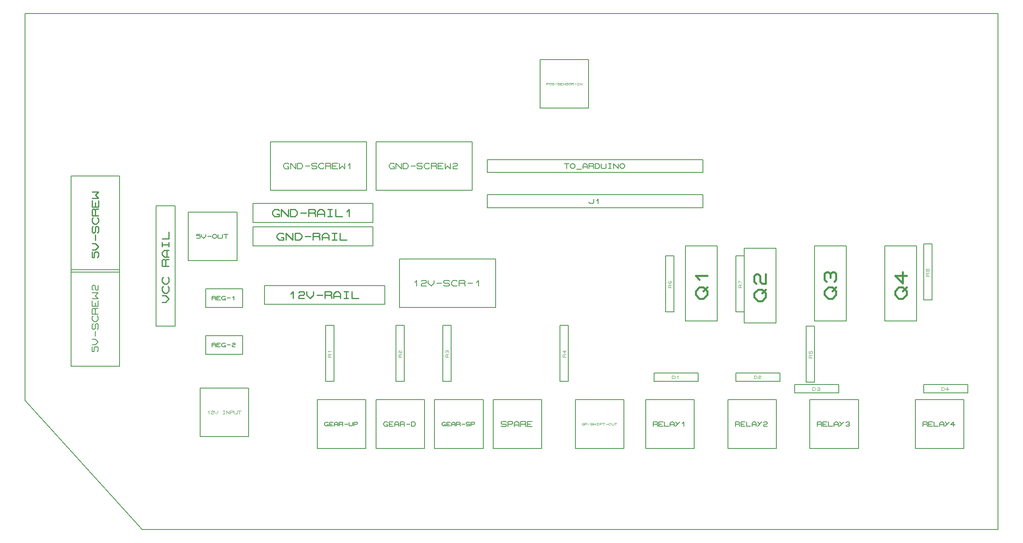
<source format=gbr>
G04 PROTEUS GERBER X2 FILE*
%TF.GenerationSoftware,Labcenter,Proteus,8.7-SP3-Build25561*%
%TF.CreationDate,2020-08-12T13:03:35+00:00*%
%TF.FileFunction,AssemblyDrawing,Top*%
%TF.FilePolarity,Positive*%
%TF.Part,Single*%
%TF.SameCoordinates,{83fe10cb-d733-4169-9c25-5540115bc659}*%
%FSLAX45Y45*%
%MOMM*%
G01*
%TA.AperFunction,Material*%
%ADD19C,0.203200*%
%ADD26C,0.164590*%
%ADD27C,0.103630*%
%ADD28C,0.130380*%
%ADD29C,0.240790*%
%ADD72C,0.148040*%
%ADD73C,0.129540*%
%ADD30C,0.079710*%
%ADD31C,0.186570*%
%ADD32C,0.228030*%
%ADD33C,0.205230*%
%ADD34C,0.074020*%
%ADD35C,0.106680*%
%ADD36C,0.172720*%
%ADD37C,0.408430*%
%TA.AperFunction,Profile*%
%ADD18C,0.203200*%
%TD.AperFunction*%
D19*
X-3637160Y+8112840D02*
X+955160Y+8112840D01*
X+955160Y+8387160D01*
X-3637160Y+8387160D01*
X-3637160Y+8112840D01*
D26*
X-1999365Y+8299377D02*
X-1900611Y+8299377D01*
X-1949988Y+8299377D02*
X-1949988Y+8200622D01*
X-1867692Y+8266459D02*
X-1834774Y+8299377D01*
X-1801856Y+8299377D01*
X-1768938Y+8266459D01*
X-1768938Y+8233540D01*
X-1801856Y+8200622D01*
X-1834774Y+8200622D01*
X-1867692Y+8233540D01*
X-1867692Y+8266459D01*
X-1736019Y+8184163D02*
X-1637265Y+8184163D01*
X-1604346Y+8200622D02*
X-1604346Y+8266459D01*
X-1571428Y+8299377D01*
X-1538510Y+8299377D01*
X-1505592Y+8266459D01*
X-1505592Y+8200622D01*
X-1604346Y+8233540D02*
X-1505592Y+8233540D01*
X-1472673Y+8200622D02*
X-1472673Y+8299377D01*
X-1390378Y+8299377D01*
X-1373919Y+8282918D01*
X-1373919Y+8266459D01*
X-1390378Y+8250000D01*
X-1472673Y+8250000D01*
X-1390378Y+8250000D02*
X-1373919Y+8233540D01*
X-1373919Y+8200622D01*
X-1341000Y+8200622D02*
X-1341000Y+8299377D01*
X-1275164Y+8299377D01*
X-1242246Y+8266459D01*
X-1242246Y+8233540D01*
X-1275164Y+8200622D01*
X-1341000Y+8200622D01*
X-1209327Y+8299377D02*
X-1209327Y+8217081D01*
X-1192868Y+8200622D01*
X-1127032Y+8200622D01*
X-1110573Y+8217081D01*
X-1110573Y+8299377D01*
X-1061195Y+8299377D02*
X-995359Y+8299377D01*
X-1028277Y+8299377D02*
X-1028277Y+8200622D01*
X-1061195Y+8200622D02*
X-995359Y+8200622D01*
X-945981Y+8200622D02*
X-945981Y+8299377D01*
X-847227Y+8200622D01*
X-847227Y+8299377D01*
X-814308Y+8266459D02*
X-781390Y+8299377D01*
X-748472Y+8299377D01*
X-715554Y+8266459D01*
X-715554Y+8233540D01*
X-748472Y+8200622D01*
X-781390Y+8200622D01*
X-814308Y+8233540D01*
X-814308Y+8266459D01*
D19*
X-3637160Y+7362840D02*
X+955160Y+7362840D01*
X+955160Y+7637160D01*
X-3637160Y+7637160D01*
X-3637160Y+7362840D01*
D26*
X-1472673Y+7483540D02*
X-1472673Y+7467081D01*
X-1456214Y+7450622D01*
X-1390378Y+7450622D01*
X-1373919Y+7467081D01*
X-1373919Y+7549377D01*
X-1308082Y+7516459D02*
X-1275164Y+7549377D01*
X-1275164Y+7450622D01*
D19*
X-9764160Y+2481840D02*
X-8727840Y+2481840D01*
X-8727840Y+3518160D01*
X-9764160Y+3518160D01*
X-9764160Y+2481840D01*
D27*
X-9598346Y+3010363D02*
X-9577620Y+3031089D01*
X-9577620Y+2968910D01*
X-9525804Y+3020726D02*
X-9515441Y+3031089D01*
X-9484352Y+3031089D01*
X-9473989Y+3020726D01*
X-9473989Y+3010363D01*
X-9484352Y+3000000D01*
X-9515441Y+3000000D01*
X-9525804Y+2989636D01*
X-9525804Y+2968910D01*
X-9473989Y+2968910D01*
X-9453262Y+3031089D02*
X-9453262Y+3000000D01*
X-9422173Y+2968910D01*
X-9391084Y+3000000D01*
X-9391084Y+3031089D01*
X-9277089Y+3031089D02*
X-9235637Y+3031089D01*
X-9256363Y+3031089D02*
X-9256363Y+2968910D01*
X-9277089Y+2968910D02*
X-9235637Y+2968910D01*
X-9204547Y+2968910D02*
X-9204547Y+3031089D01*
X-9142369Y+2968910D01*
X-9142369Y+3031089D01*
X-9121642Y+2968910D02*
X-9121642Y+3031089D01*
X-9069827Y+3031089D01*
X-9059464Y+3020726D01*
X-9059464Y+3010363D01*
X-9069827Y+3000000D01*
X-9121642Y+3000000D01*
X-9038737Y+3031089D02*
X-9038737Y+2979273D01*
X-9028374Y+2968910D01*
X-8986922Y+2968910D01*
X-8976559Y+2979273D01*
X-8976559Y+3031089D01*
X-8955832Y+3031089D02*
X-8893654Y+3031089D01*
X-8924743Y+3031089D02*
X-8924743Y+2968910D01*
D19*
X-9641160Y+4235840D02*
X-8858840Y+4235840D01*
X-8858840Y+4637160D01*
X-9641160Y+4637160D01*
X-9641160Y+4235840D01*
D28*
X-9510770Y+4397384D02*
X-9510770Y+4475615D01*
X-9445578Y+4475615D01*
X-9432539Y+4462577D01*
X-9432539Y+4449538D01*
X-9445578Y+4436500D01*
X-9510770Y+4436500D01*
X-9445578Y+4436500D02*
X-9432539Y+4423461D01*
X-9432539Y+4397384D01*
X-9328231Y+4397384D02*
X-9406462Y+4397384D01*
X-9406462Y+4475615D01*
X-9328231Y+4475615D01*
X-9406462Y+4436500D02*
X-9354308Y+4436500D01*
X-9250000Y+4423461D02*
X-9223923Y+4423461D01*
X-9223923Y+4397384D01*
X-9276077Y+4397384D01*
X-9302154Y+4423461D01*
X-9302154Y+4449538D01*
X-9276077Y+4475615D01*
X-9236962Y+4475615D01*
X-9223923Y+4462577D01*
X-9184808Y+4436500D02*
X-9119615Y+4436500D01*
X-9080500Y+4462577D02*
X-9067461Y+4475615D01*
X-9028346Y+4475615D01*
X-9015307Y+4462577D01*
X-9015307Y+4449538D01*
X-9028346Y+4436500D01*
X-9067461Y+4436500D01*
X-9080500Y+4423461D01*
X-9080500Y+4397384D01*
X-9015307Y+4397384D01*
D19*
X-9641160Y+5235840D02*
X-8858840Y+5235840D01*
X-8858840Y+5637160D01*
X-9641160Y+5637160D01*
X-9641160Y+5235840D01*
D28*
X-9510770Y+5397384D02*
X-9510770Y+5475615D01*
X-9445578Y+5475615D01*
X-9432539Y+5462577D01*
X-9432539Y+5449538D01*
X-9445578Y+5436500D01*
X-9510770Y+5436500D01*
X-9445578Y+5436500D02*
X-9432539Y+5423461D01*
X-9432539Y+5397384D01*
X-9328231Y+5397384D02*
X-9406462Y+5397384D01*
X-9406462Y+5475615D01*
X-9328231Y+5475615D01*
X-9406462Y+5436500D02*
X-9354308Y+5436500D01*
X-9250000Y+5423461D02*
X-9223923Y+5423461D01*
X-9223923Y+5397384D01*
X-9276077Y+5397384D01*
X-9302154Y+5423461D01*
X-9302154Y+5449538D01*
X-9276077Y+5475615D01*
X-9236962Y+5475615D01*
X-9223923Y+5462577D01*
X-9184808Y+5436500D02*
X-9119615Y+5436500D01*
X-9067461Y+5449538D02*
X-9041384Y+5475615D01*
X-9041384Y+5397384D01*
D19*
X-10700660Y+4838840D02*
X-10299340Y+4838840D01*
X-10299340Y+7399160D01*
X-10700660Y+7399160D01*
X-10700660Y+4838840D01*
D29*
X-10572237Y+5348468D02*
X-10500000Y+5348468D01*
X-10427762Y+5420705D01*
X-10500000Y+5492942D01*
X-10572237Y+5492942D01*
X-10451841Y+5685575D02*
X-10427762Y+5661496D01*
X-10427762Y+5589259D01*
X-10475920Y+5541101D01*
X-10524079Y+5541101D01*
X-10572237Y+5589259D01*
X-10572237Y+5661496D01*
X-10548158Y+5685575D01*
X-10451841Y+5878208D02*
X-10427762Y+5854129D01*
X-10427762Y+5781892D01*
X-10475920Y+5733734D01*
X-10524079Y+5733734D01*
X-10572237Y+5781892D01*
X-10572237Y+5854129D01*
X-10548158Y+5878208D01*
X-10427762Y+6119000D02*
X-10572237Y+6119000D01*
X-10572237Y+6239395D01*
X-10548158Y+6263474D01*
X-10524079Y+6263474D01*
X-10500000Y+6239395D01*
X-10500000Y+6119000D01*
X-10500000Y+6239395D02*
X-10475920Y+6263474D01*
X-10427762Y+6263474D01*
X-10427762Y+6311633D02*
X-10524079Y+6311633D01*
X-10572237Y+6359791D01*
X-10572237Y+6407949D01*
X-10524079Y+6456107D01*
X-10427762Y+6456107D01*
X-10475920Y+6311633D02*
X-10475920Y+6456107D01*
X-10572237Y+6528345D02*
X-10572237Y+6624661D01*
X-10572237Y+6576503D02*
X-10427762Y+6576503D01*
X-10427762Y+6528345D02*
X-10427762Y+6624661D01*
X-10572237Y+6696899D02*
X-10427762Y+6696899D01*
X-10427762Y+6841373D01*
D19*
X-10014160Y+6231840D02*
X-8977840Y+6231840D01*
X-8977840Y+7268160D01*
X-10014160Y+7268160D01*
X-10014160Y+6231840D01*
D72*
X-9762481Y+6794414D02*
X-9836504Y+6794414D01*
X-9836504Y+6764805D01*
X-9777286Y+6764805D01*
X-9762481Y+6750000D01*
X-9762481Y+6720391D01*
X-9777286Y+6705587D01*
X-9821699Y+6705587D01*
X-9836504Y+6720391D01*
X-9732872Y+6794414D02*
X-9732872Y+6750000D01*
X-9688459Y+6705587D01*
X-9644045Y+6750000D01*
X-9644045Y+6794414D01*
X-9599632Y+6750000D02*
X-9525609Y+6750000D01*
X-9496000Y+6764805D02*
X-9466391Y+6794414D01*
X-9436782Y+6794414D01*
X-9407173Y+6764805D01*
X-9407173Y+6735196D01*
X-9436782Y+6705587D01*
X-9466391Y+6705587D01*
X-9496000Y+6735196D01*
X-9496000Y+6764805D01*
X-9377564Y+6794414D02*
X-9377564Y+6720391D01*
X-9362760Y+6705587D01*
X-9303542Y+6705587D01*
X-9288737Y+6720391D01*
X-9288737Y+6794414D01*
X-9259128Y+6794414D02*
X-9170301Y+6794414D01*
X-9214715Y+6794414D02*
X-9214715Y+6705587D01*
D19*
X-8387160Y+5299340D02*
X-5826840Y+5299340D01*
X-5826840Y+5700660D01*
X-8387160Y+5700660D01*
X-8387160Y+5299340D01*
D29*
X-7829374Y+5524079D02*
X-7781216Y+5572237D01*
X-7781216Y+5427762D01*
X-7660820Y+5548158D02*
X-7636741Y+5572237D01*
X-7564504Y+5572237D01*
X-7540425Y+5548158D01*
X-7540425Y+5524079D01*
X-7564504Y+5500000D01*
X-7636741Y+5500000D01*
X-7660820Y+5475920D01*
X-7660820Y+5427762D01*
X-7540425Y+5427762D01*
X-7492266Y+5572237D02*
X-7492266Y+5500000D01*
X-7420029Y+5427762D01*
X-7347792Y+5500000D01*
X-7347792Y+5572237D01*
X-7275554Y+5500000D02*
X-7155159Y+5500000D01*
X-7107000Y+5427762D02*
X-7107000Y+5572237D01*
X-6986605Y+5572237D01*
X-6962526Y+5548158D01*
X-6962526Y+5524079D01*
X-6986605Y+5500000D01*
X-7107000Y+5500000D01*
X-6986605Y+5500000D02*
X-6962526Y+5475920D01*
X-6962526Y+5427762D01*
X-6914367Y+5427762D02*
X-6914367Y+5524079D01*
X-6866209Y+5572237D01*
X-6818051Y+5572237D01*
X-6769893Y+5524079D01*
X-6769893Y+5427762D01*
X-6914367Y+5475920D02*
X-6769893Y+5475920D01*
X-6697655Y+5572237D02*
X-6601339Y+5572237D01*
X-6649497Y+5572237D02*
X-6649497Y+5427762D01*
X-6697655Y+5427762D02*
X-6601339Y+5427762D01*
X-6529101Y+5572237D02*
X-6529101Y+5427762D01*
X-6384627Y+5427762D01*
D19*
X-7264160Y+2231840D02*
X-6227840Y+2231840D01*
X-6227840Y+3268160D01*
X-7264160Y+3268160D01*
X-7264160Y+2231840D01*
D73*
X-7056896Y+2737046D02*
X-7030988Y+2737046D01*
X-7030988Y+2711138D01*
X-7082804Y+2711138D01*
X-7108712Y+2737046D01*
X-7108712Y+2762954D01*
X-7082804Y+2788862D01*
X-7043942Y+2788862D01*
X-7030988Y+2775908D01*
X-6927356Y+2711138D02*
X-7005080Y+2711138D01*
X-7005080Y+2788862D01*
X-6927356Y+2788862D01*
X-7005080Y+2750000D02*
X-6953264Y+2750000D01*
X-6901448Y+2711138D02*
X-6901448Y+2762954D01*
X-6875540Y+2788862D01*
X-6849632Y+2788862D01*
X-6823724Y+2762954D01*
X-6823724Y+2711138D01*
X-6901448Y+2737046D02*
X-6823724Y+2737046D01*
X-6797816Y+2711138D02*
X-6797816Y+2788862D01*
X-6733046Y+2788862D01*
X-6720092Y+2775908D01*
X-6720092Y+2762954D01*
X-6733046Y+2750000D01*
X-6797816Y+2750000D01*
X-6733046Y+2750000D02*
X-6720092Y+2737046D01*
X-6720092Y+2711138D01*
X-6681230Y+2750000D02*
X-6616460Y+2750000D01*
X-6590552Y+2788862D02*
X-6590552Y+2724092D01*
X-6577598Y+2711138D01*
X-6525782Y+2711138D01*
X-6512828Y+2724092D01*
X-6512828Y+2788862D01*
X-6486920Y+2711138D02*
X-6486920Y+2788862D01*
X-6422150Y+2788862D01*
X-6409196Y+2775908D01*
X-6409196Y+2762954D01*
X-6422150Y+2750000D01*
X-6486920Y+2750000D01*
D19*
X-6014160Y+2231840D02*
X-4977840Y+2231840D01*
X-4977840Y+3268160D01*
X-6014160Y+3268160D01*
X-6014160Y+2231840D01*
D72*
X-5792090Y+2735196D02*
X-5762481Y+2735196D01*
X-5762481Y+2705587D01*
X-5821699Y+2705587D01*
X-5851308Y+2735196D01*
X-5851308Y+2764805D01*
X-5821699Y+2794414D01*
X-5777286Y+2794414D01*
X-5762481Y+2779609D01*
X-5644045Y+2705587D02*
X-5732872Y+2705587D01*
X-5732872Y+2794414D01*
X-5644045Y+2794414D01*
X-5732872Y+2750000D02*
X-5673654Y+2750000D01*
X-5614436Y+2705587D02*
X-5614436Y+2764805D01*
X-5584827Y+2794414D01*
X-5555218Y+2794414D01*
X-5525609Y+2764805D01*
X-5525609Y+2705587D01*
X-5614436Y+2735196D02*
X-5525609Y+2735196D01*
X-5496000Y+2705587D02*
X-5496000Y+2794414D01*
X-5421978Y+2794414D01*
X-5407173Y+2779609D01*
X-5407173Y+2764805D01*
X-5421978Y+2750000D01*
X-5496000Y+2750000D01*
X-5421978Y+2750000D02*
X-5407173Y+2735196D01*
X-5407173Y+2705587D01*
X-5362760Y+2750000D02*
X-5288737Y+2750000D01*
X-5259128Y+2705587D02*
X-5259128Y+2794414D01*
X-5199910Y+2794414D01*
X-5170301Y+2764805D01*
X-5170301Y+2735196D01*
X-5199910Y+2705587D01*
X-5259128Y+2705587D01*
D19*
X-4764160Y+2231840D02*
X-3727840Y+2231840D01*
X-3727840Y+3268160D01*
X-4764160Y+3268160D01*
X-4764160Y+2231840D01*
D73*
X-4556896Y+2737046D02*
X-4530988Y+2737046D01*
X-4530988Y+2711138D01*
X-4582804Y+2711138D01*
X-4608712Y+2737046D01*
X-4608712Y+2762954D01*
X-4582804Y+2788862D01*
X-4543942Y+2788862D01*
X-4530988Y+2775908D01*
X-4427356Y+2711138D02*
X-4505080Y+2711138D01*
X-4505080Y+2788862D01*
X-4427356Y+2788862D01*
X-4505080Y+2750000D02*
X-4453264Y+2750000D01*
X-4401448Y+2711138D02*
X-4401448Y+2762954D01*
X-4375540Y+2788862D01*
X-4349632Y+2788862D01*
X-4323724Y+2762954D01*
X-4323724Y+2711138D01*
X-4401448Y+2737046D02*
X-4323724Y+2737046D01*
X-4297816Y+2711138D02*
X-4297816Y+2788862D01*
X-4233046Y+2788862D01*
X-4220092Y+2775908D01*
X-4220092Y+2762954D01*
X-4233046Y+2750000D01*
X-4297816Y+2750000D01*
X-4233046Y+2750000D02*
X-4220092Y+2737046D01*
X-4220092Y+2711138D01*
X-4181230Y+2750000D02*
X-4116460Y+2750000D01*
X-4090552Y+2724092D02*
X-4077598Y+2711138D01*
X-4025782Y+2711138D01*
X-4012828Y+2724092D01*
X-4012828Y+2737046D01*
X-4025782Y+2750000D01*
X-4077598Y+2750000D01*
X-4090552Y+2762954D01*
X-4090552Y+2775908D01*
X-4077598Y+2788862D01*
X-4025782Y+2788862D01*
X-4012828Y+2775908D01*
X-3986920Y+2711138D02*
X-3986920Y+2788862D01*
X-3922150Y+2788862D01*
X-3909196Y+2775908D01*
X-3909196Y+2762954D01*
X-3922150Y+2750000D01*
X-3986920Y+2750000D01*
D19*
X-8637160Y+6549340D02*
X-6076840Y+6549340D01*
X-6076840Y+6950660D01*
X-8637160Y+6950660D01*
X-8637160Y+6549340D01*
D29*
X-8031216Y+6725920D02*
X-7983058Y+6725920D01*
X-7983058Y+6677762D01*
X-8079374Y+6677762D01*
X-8127532Y+6725920D01*
X-8127532Y+6774079D01*
X-8079374Y+6822237D01*
X-8007137Y+6822237D01*
X-7983058Y+6798158D01*
X-7934899Y+6677762D02*
X-7934899Y+6822237D01*
X-7790425Y+6677762D01*
X-7790425Y+6822237D01*
X-7742266Y+6677762D02*
X-7742266Y+6822237D01*
X-7645950Y+6822237D01*
X-7597792Y+6774079D01*
X-7597792Y+6725920D01*
X-7645950Y+6677762D01*
X-7742266Y+6677762D01*
X-7525554Y+6750000D02*
X-7405159Y+6750000D01*
X-7357000Y+6677762D02*
X-7357000Y+6822237D01*
X-7236605Y+6822237D01*
X-7212526Y+6798158D01*
X-7212526Y+6774079D01*
X-7236605Y+6750000D01*
X-7357000Y+6750000D01*
X-7236605Y+6750000D02*
X-7212526Y+6725920D01*
X-7212526Y+6677762D01*
X-7164367Y+6677762D02*
X-7164367Y+6774079D01*
X-7116209Y+6822237D01*
X-7068051Y+6822237D01*
X-7019893Y+6774079D01*
X-7019893Y+6677762D01*
X-7164367Y+6725920D02*
X-7019893Y+6725920D01*
X-6947655Y+6822237D02*
X-6851339Y+6822237D01*
X-6899497Y+6822237D02*
X-6899497Y+6677762D01*
X-6947655Y+6677762D02*
X-6851339Y+6677762D01*
X-6779101Y+6822237D02*
X-6779101Y+6677762D01*
X-6634627Y+6677762D01*
D19*
X-8637160Y+7049340D02*
X-6076840Y+7049340D01*
X-6076840Y+7450660D01*
X-8637160Y+7450660D01*
X-8637160Y+7049340D01*
D29*
X-8127532Y+7225920D02*
X-8079374Y+7225920D01*
X-8079374Y+7177762D01*
X-8175690Y+7177762D01*
X-8223848Y+7225920D01*
X-8223848Y+7274079D01*
X-8175690Y+7322237D01*
X-8103453Y+7322237D01*
X-8079374Y+7298158D01*
X-8031215Y+7177762D02*
X-8031215Y+7322237D01*
X-7886741Y+7177762D01*
X-7886741Y+7322237D01*
X-7838582Y+7177762D02*
X-7838582Y+7322237D01*
X-7742266Y+7322237D01*
X-7694108Y+7274079D01*
X-7694108Y+7225920D01*
X-7742266Y+7177762D01*
X-7838582Y+7177762D01*
X-7621870Y+7250000D02*
X-7501475Y+7250000D01*
X-7453316Y+7177762D02*
X-7453316Y+7322237D01*
X-7332921Y+7322237D01*
X-7308842Y+7298158D01*
X-7308842Y+7274079D01*
X-7332921Y+7250000D01*
X-7453316Y+7250000D01*
X-7332921Y+7250000D02*
X-7308842Y+7225920D01*
X-7308842Y+7177762D01*
X-7260683Y+7177762D02*
X-7260683Y+7274079D01*
X-7212525Y+7322237D01*
X-7164367Y+7322237D01*
X-7116209Y+7274079D01*
X-7116209Y+7177762D01*
X-7260683Y+7225920D02*
X-7116209Y+7225920D01*
X-7043971Y+7322237D02*
X-6947655Y+7322237D01*
X-6995813Y+7322237D02*
X-6995813Y+7177762D01*
X-7043971Y+7177762D02*
X-6947655Y+7177762D01*
X-6875417Y+7322237D02*
X-6875417Y+7177762D01*
X-6730943Y+7177762D01*
X-6634626Y+7274079D02*
X-6586468Y+7322237D01*
X-6586468Y+7177762D01*
D19*
X-1764160Y+2231840D02*
X-727840Y+2231840D01*
X-727840Y+3268160D01*
X-1764160Y+3268160D01*
X-1764160Y+2231840D01*
D30*
X-1596746Y+2742028D02*
X-1580803Y+2742028D01*
X-1580803Y+2726085D01*
X-1612689Y+2726085D01*
X-1628632Y+2742028D01*
X-1628632Y+2757971D01*
X-1612689Y+2773914D01*
X-1588775Y+2773914D01*
X-1580803Y+2765943D01*
X-1564860Y+2726085D02*
X-1564860Y+2773914D01*
X-1525003Y+2773914D01*
X-1517031Y+2765943D01*
X-1517031Y+2757971D01*
X-1525003Y+2750000D01*
X-1564860Y+2750000D01*
X-1453259Y+2773914D02*
X-1501088Y+2726085D01*
X-1437316Y+2734056D02*
X-1429345Y+2726085D01*
X-1397459Y+2726085D01*
X-1389487Y+2734056D01*
X-1389487Y+2742028D01*
X-1397459Y+2750000D01*
X-1429345Y+2750000D01*
X-1437316Y+2757971D01*
X-1437316Y+2765943D01*
X-1429345Y+2773914D01*
X-1397459Y+2773914D01*
X-1389487Y+2765943D01*
X-1373544Y+2726085D02*
X-1373544Y+2773914D01*
X-1325715Y+2773914D02*
X-1325715Y+2726085D01*
X-1373544Y+2750000D02*
X-1325715Y+2750000D01*
X-1301801Y+2773914D02*
X-1269915Y+2773914D01*
X-1285858Y+2773914D02*
X-1285858Y+2726085D01*
X-1301801Y+2726085D02*
X-1269915Y+2726085D01*
X-1246000Y+2726085D02*
X-1246000Y+2773914D01*
X-1198171Y+2773914D01*
X-1246000Y+2750000D02*
X-1214114Y+2750000D01*
X-1182228Y+2773914D02*
X-1134399Y+2773914D01*
X-1158314Y+2773914D02*
X-1158314Y+2726085D01*
X-1110485Y+2750000D02*
X-1070627Y+2750000D01*
X-1006855Y+2734056D02*
X-1014827Y+2726085D01*
X-1038741Y+2726085D01*
X-1054684Y+2742028D01*
X-1054684Y+2757971D01*
X-1038741Y+2773914D01*
X-1014827Y+2773914D01*
X-1006855Y+2765943D01*
X-990912Y+2773914D02*
X-990912Y+2734056D01*
X-982941Y+2726085D01*
X-951055Y+2726085D01*
X-943083Y+2734056D01*
X-943083Y+2773914D01*
X-927140Y+2773914D02*
X-879311Y+2773914D01*
X-903226Y+2773914D02*
X-903226Y+2726085D01*
D19*
X-6014160Y+7731840D02*
X-3961840Y+7731840D01*
X-3961840Y+8768160D01*
X-6014160Y+8768160D01*
X-6014160Y+7731840D01*
D31*
X-5659666Y+8231342D02*
X-5622351Y+8231342D01*
X-5622351Y+8194027D01*
X-5696981Y+8194027D01*
X-5734295Y+8231342D01*
X-5734295Y+8268657D01*
X-5696981Y+8305972D01*
X-5641009Y+8305972D01*
X-5622351Y+8287314D01*
X-5585036Y+8194027D02*
X-5585036Y+8305972D01*
X-5473092Y+8194027D01*
X-5473092Y+8305972D01*
X-5435777Y+8194027D02*
X-5435777Y+8305972D01*
X-5361148Y+8305972D01*
X-5323833Y+8268657D01*
X-5323833Y+8231342D01*
X-5361148Y+8194027D01*
X-5435777Y+8194027D01*
X-5267861Y+8250000D02*
X-5174574Y+8250000D01*
X-5137259Y+8212685D02*
X-5118602Y+8194027D01*
X-5043973Y+8194027D01*
X-5025315Y+8212685D01*
X-5025315Y+8231342D01*
X-5043973Y+8250000D01*
X-5118602Y+8250000D01*
X-5137259Y+8268657D01*
X-5137259Y+8287314D01*
X-5118602Y+8305972D01*
X-5043973Y+8305972D01*
X-5025315Y+8287314D01*
X-4876056Y+8212685D02*
X-4894714Y+8194027D01*
X-4950686Y+8194027D01*
X-4988000Y+8231342D01*
X-4988000Y+8268657D01*
X-4950686Y+8305972D01*
X-4894714Y+8305972D01*
X-4876056Y+8287314D01*
X-4838741Y+8194027D02*
X-4838741Y+8305972D01*
X-4745455Y+8305972D01*
X-4726797Y+8287314D01*
X-4726797Y+8268657D01*
X-4745455Y+8250000D01*
X-4838741Y+8250000D01*
X-4745455Y+8250000D02*
X-4726797Y+8231342D01*
X-4726797Y+8194027D01*
X-4577538Y+8194027D02*
X-4689482Y+8194027D01*
X-4689482Y+8305972D01*
X-4577538Y+8305972D01*
X-4689482Y+8250000D02*
X-4614853Y+8250000D01*
X-4540223Y+8305972D02*
X-4540223Y+8194027D01*
X-4484251Y+8250000D01*
X-4428279Y+8194027D01*
X-4428279Y+8305972D01*
X-4372307Y+8287314D02*
X-4353650Y+8305972D01*
X-4297678Y+8305972D01*
X-4279020Y+8287314D01*
X-4279020Y+8268657D01*
X-4297678Y+8250000D01*
X-4353650Y+8250000D01*
X-4372307Y+8231342D01*
X-4372307Y+8194027D01*
X-4279020Y+8194027D01*
D19*
X-8264160Y+7731840D02*
X-6211840Y+7731840D01*
X-6211840Y+8768160D01*
X-8264160Y+8768160D01*
X-8264160Y+7731840D01*
D31*
X-7909666Y+8231342D02*
X-7872351Y+8231342D01*
X-7872351Y+8194027D01*
X-7946981Y+8194027D01*
X-7984295Y+8231342D01*
X-7984295Y+8268657D01*
X-7946981Y+8305972D01*
X-7891009Y+8305972D01*
X-7872351Y+8287314D01*
X-7835036Y+8194027D02*
X-7835036Y+8305972D01*
X-7723092Y+8194027D01*
X-7723092Y+8305972D01*
X-7685777Y+8194027D02*
X-7685777Y+8305972D01*
X-7611148Y+8305972D01*
X-7573833Y+8268657D01*
X-7573833Y+8231342D01*
X-7611148Y+8194027D01*
X-7685777Y+8194027D01*
X-7517861Y+8250000D02*
X-7424574Y+8250000D01*
X-7387259Y+8212685D02*
X-7368602Y+8194027D01*
X-7293973Y+8194027D01*
X-7275315Y+8212685D01*
X-7275315Y+8231342D01*
X-7293973Y+8250000D01*
X-7368602Y+8250000D01*
X-7387259Y+8268657D01*
X-7387259Y+8287314D01*
X-7368602Y+8305972D01*
X-7293973Y+8305972D01*
X-7275315Y+8287314D01*
X-7126056Y+8212685D02*
X-7144714Y+8194027D01*
X-7200686Y+8194027D01*
X-7238000Y+8231342D01*
X-7238000Y+8268657D01*
X-7200686Y+8305972D01*
X-7144714Y+8305972D01*
X-7126056Y+8287314D01*
X-7088741Y+8194027D02*
X-7088741Y+8305972D01*
X-6995455Y+8305972D01*
X-6976797Y+8287314D01*
X-6976797Y+8268657D01*
X-6995455Y+8250000D01*
X-7088741Y+8250000D01*
X-6995455Y+8250000D02*
X-6976797Y+8231342D01*
X-6976797Y+8194027D01*
X-6827538Y+8194027D02*
X-6939482Y+8194027D01*
X-6939482Y+8305972D01*
X-6827538Y+8305972D01*
X-6939482Y+8250000D02*
X-6864853Y+8250000D01*
X-6790223Y+8305972D02*
X-6790223Y+8194027D01*
X-6734251Y+8250000D01*
X-6678279Y+8194027D01*
X-6678279Y+8305972D01*
X-6603650Y+8268657D02*
X-6566335Y+8305972D01*
X-6566335Y+8194027D01*
D19*
X-12518160Y+5985840D02*
X-11481840Y+5985840D01*
X-11481840Y+8038160D01*
X-12518160Y+8038160D01*
X-12518160Y+5985840D01*
D32*
X-12068411Y+6419109D02*
X-12068411Y+6305091D01*
X-12022804Y+6305091D01*
X-12022804Y+6396305D01*
X-12000000Y+6419109D01*
X-11954393Y+6419109D01*
X-11931590Y+6396305D01*
X-11931590Y+6327895D01*
X-11954393Y+6305091D01*
X-12068411Y+6464716D02*
X-12000000Y+6464716D01*
X-11931590Y+6533126D01*
X-12000000Y+6601537D01*
X-12068411Y+6601537D01*
X-12000000Y+6669947D02*
X-12000000Y+6783965D01*
X-11954393Y+6829572D02*
X-11931590Y+6852375D01*
X-11931590Y+6943589D01*
X-11954393Y+6966393D01*
X-11977197Y+6966393D01*
X-12000000Y+6943589D01*
X-12000000Y+6852375D01*
X-12022804Y+6829572D01*
X-12045607Y+6829572D01*
X-12068411Y+6852375D01*
X-12068411Y+6943589D01*
X-12045607Y+6966393D01*
X-11954393Y+7148821D02*
X-11931590Y+7126017D01*
X-11931590Y+7057607D01*
X-11977197Y+7012000D01*
X-12022804Y+7012000D01*
X-12068411Y+7057607D01*
X-12068411Y+7126017D01*
X-12045607Y+7148821D01*
X-11931590Y+7194428D02*
X-12068411Y+7194428D01*
X-12068411Y+7308445D01*
X-12045607Y+7331249D01*
X-12022804Y+7331249D01*
X-12000000Y+7308445D01*
X-12000000Y+7194428D01*
X-12000000Y+7308445D02*
X-11977197Y+7331249D01*
X-11931590Y+7331249D01*
X-11931590Y+7513677D02*
X-11931590Y+7376856D01*
X-12068411Y+7376856D01*
X-12068411Y+7513677D01*
X-12000000Y+7376856D02*
X-12000000Y+7468070D01*
X-12068411Y+7559284D02*
X-11931590Y+7559284D01*
X-12000000Y+7627694D01*
X-11931590Y+7696105D01*
X-12068411Y+7696105D01*
D19*
X-12518160Y+3985840D02*
X-11481840Y+3985840D01*
X-11481840Y+6038160D01*
X-12518160Y+6038160D01*
X-12518160Y+3985840D01*
D33*
X-12061569Y+4396306D02*
X-12061569Y+4293691D01*
X-12020523Y+4293691D01*
X-12020523Y+4375783D01*
X-12000000Y+4396306D01*
X-11958953Y+4396306D01*
X-11938430Y+4375783D01*
X-11938430Y+4314214D01*
X-11958953Y+4293691D01*
X-12061569Y+4437353D02*
X-12000000Y+4437353D01*
X-11938430Y+4498922D01*
X-12000000Y+4560491D01*
X-12061569Y+4560491D01*
X-12000000Y+4622061D02*
X-12000000Y+4724676D01*
X-11958953Y+4765723D02*
X-11938430Y+4786246D01*
X-11938430Y+4868338D01*
X-11958953Y+4888861D01*
X-11979476Y+4888861D01*
X-12000000Y+4868338D01*
X-12000000Y+4786246D01*
X-12020523Y+4765723D01*
X-12041046Y+4765723D01*
X-12061569Y+4786246D01*
X-12061569Y+4868338D01*
X-12041046Y+4888861D01*
X-11958953Y+5053046D02*
X-11938430Y+5032523D01*
X-11938430Y+4970954D01*
X-11979476Y+4929908D01*
X-12020523Y+4929908D01*
X-12061569Y+4970954D01*
X-12061569Y+5032523D01*
X-12041046Y+5053046D01*
X-11938430Y+5094093D02*
X-12061569Y+5094093D01*
X-12061569Y+5196708D01*
X-12041046Y+5217231D01*
X-12020523Y+5217231D01*
X-12000000Y+5196708D01*
X-12000000Y+5094093D01*
X-12000000Y+5196708D02*
X-11979476Y+5217231D01*
X-11938430Y+5217231D01*
X-11938430Y+5381416D02*
X-11938430Y+5258278D01*
X-12061569Y+5258278D01*
X-12061569Y+5381416D01*
X-12000000Y+5258278D02*
X-12000000Y+5340370D01*
X-12061569Y+5422463D02*
X-11938430Y+5422463D01*
X-12000000Y+5484032D01*
X-11938430Y+5545601D01*
X-12061569Y+5545601D01*
X-12041046Y+5607171D02*
X-12061569Y+5627694D01*
X-12061569Y+5689263D01*
X-12041046Y+5709786D01*
X-12020523Y+5709786D01*
X-12000000Y+5689263D01*
X-12000000Y+5627694D01*
X-11979476Y+5607171D01*
X-11938430Y+5607171D01*
X-11938430Y+5709786D01*
D19*
X-2514160Y+9481840D02*
X-1477840Y+9481840D01*
X-1477840Y+10518160D01*
X-2514160Y+10518160D01*
X-2514160Y+9481840D01*
D34*
X-2380910Y+9977793D02*
X-2380910Y+10022206D01*
X-2343900Y+10022206D01*
X-2336498Y+10014804D01*
X-2336498Y+10007402D01*
X-2343900Y+10000000D01*
X-2380910Y+10000000D01*
X-2321693Y+10007402D02*
X-2306889Y+10022206D01*
X-2292085Y+10022206D01*
X-2277281Y+10007402D01*
X-2277281Y+9992597D01*
X-2292085Y+9977793D01*
X-2306889Y+9977793D01*
X-2321693Y+9992597D01*
X-2321693Y+10007402D01*
X-2262476Y+9985195D02*
X-2255074Y+9977793D01*
X-2225466Y+9977793D01*
X-2218064Y+9985195D01*
X-2218064Y+9992597D01*
X-2225466Y+10000000D01*
X-2255074Y+10000000D01*
X-2262476Y+10007402D01*
X-2262476Y+10014804D01*
X-2255074Y+10022206D01*
X-2225466Y+10022206D01*
X-2218064Y+10014804D01*
X-2195857Y+10000000D02*
X-2158847Y+10000000D01*
X-2144042Y+9985195D02*
X-2136640Y+9977793D01*
X-2107032Y+9977793D01*
X-2099630Y+9985195D01*
X-2099630Y+9992597D01*
X-2107032Y+10000000D01*
X-2136640Y+10000000D01*
X-2144042Y+10007402D01*
X-2144042Y+10014804D01*
X-2136640Y+10022206D01*
X-2107032Y+10022206D01*
X-2099630Y+10014804D01*
X-2040413Y+9977793D02*
X-2084825Y+9977793D01*
X-2084825Y+10022206D01*
X-2040413Y+10022206D01*
X-2084825Y+10000000D02*
X-2055217Y+10000000D01*
X-2025608Y+9977793D02*
X-2025608Y+10022206D01*
X-1981196Y+9977793D01*
X-1981196Y+10022206D01*
X-1966391Y+9985195D02*
X-1958989Y+9977793D01*
X-1929381Y+9977793D01*
X-1921979Y+9985195D01*
X-1921979Y+9992597D01*
X-1929381Y+10000000D01*
X-1958989Y+10000000D01*
X-1966391Y+10007402D01*
X-1966391Y+10014804D01*
X-1958989Y+10022206D01*
X-1929381Y+10022206D01*
X-1921979Y+10014804D01*
X-1907174Y+10007402D02*
X-1892370Y+10022206D01*
X-1877566Y+10022206D01*
X-1862762Y+10007402D01*
X-1862762Y+9992597D01*
X-1877566Y+9977793D01*
X-1892370Y+9977793D01*
X-1907174Y+9992597D01*
X-1907174Y+10007402D01*
X-1847957Y+9977793D02*
X-1847957Y+10022206D01*
X-1810947Y+10022206D01*
X-1803545Y+10014804D01*
X-1803545Y+10007402D01*
X-1810947Y+10000000D01*
X-1847957Y+10000000D01*
X-1810947Y+10000000D02*
X-1803545Y+9992597D01*
X-1803545Y+9977793D01*
X-1781338Y+10000000D02*
X-1744328Y+10000000D01*
X-1722121Y+10022206D02*
X-1692513Y+10022206D01*
X-1707317Y+10022206D02*
X-1707317Y+9977793D01*
X-1722121Y+9977793D02*
X-1692513Y+9977793D01*
X-1670306Y+9977793D02*
X-1670306Y+10022206D01*
X-1625894Y+9977793D01*
X-1625894Y+10022206D01*
D19*
X-7088900Y+3661100D02*
X-6911100Y+3661100D01*
X-6911100Y+4854900D01*
X-7088900Y+4854900D01*
X-7088900Y+3661100D01*
D35*
X-6967996Y+4172656D02*
X-7032004Y+4172656D01*
X-7032004Y+4225996D01*
X-7021336Y+4236664D01*
X-7010668Y+4236664D01*
X-7000000Y+4225996D01*
X-7000000Y+4172656D01*
X-7000000Y+4225996D02*
X-6989332Y+4236664D01*
X-6967996Y+4236664D01*
X-7010668Y+4279336D02*
X-7032004Y+4300672D01*
X-6967996Y+4300672D01*
D19*
X-5588900Y+3661100D02*
X-5411100Y+3661100D01*
X-5411100Y+4854900D01*
X-5588900Y+4854900D01*
X-5588900Y+3661100D01*
D35*
X-5467996Y+4172656D02*
X-5532004Y+4172656D01*
X-5532004Y+4225996D01*
X-5521336Y+4236664D01*
X-5510668Y+4236664D01*
X-5500000Y+4225996D01*
X-5500000Y+4172656D01*
X-5500000Y+4225996D02*
X-5489332Y+4236664D01*
X-5467996Y+4236664D01*
X-5521336Y+4268668D02*
X-5532004Y+4279336D01*
X-5532004Y+4311340D01*
X-5521336Y+4322008D01*
X-5510668Y+4322008D01*
X-5500000Y+4311340D01*
X-5500000Y+4279336D01*
X-5489332Y+4268668D01*
X-5467996Y+4268668D01*
X-5467996Y+4322008D01*
D19*
X-4588900Y+3661100D02*
X-4411100Y+3661100D01*
X-4411100Y+4854900D01*
X-4588900Y+4854900D01*
X-4588900Y+3661100D01*
D35*
X-4467996Y+4172656D02*
X-4532004Y+4172656D01*
X-4532004Y+4225996D01*
X-4521336Y+4236664D01*
X-4510668Y+4236664D01*
X-4500000Y+4225996D01*
X-4500000Y+4172656D01*
X-4500000Y+4225996D02*
X-4489332Y+4236664D01*
X-4467996Y+4236664D01*
X-4521336Y+4268668D02*
X-4532004Y+4279336D01*
X-4532004Y+4311340D01*
X-4521336Y+4322008D01*
X-4510668Y+4322008D01*
X-4500000Y+4311340D01*
X-4489332Y+4322008D01*
X-4478664Y+4322008D01*
X-4467996Y+4311340D01*
X-4467996Y+4279336D01*
X-4478664Y+4268668D01*
X-4500000Y+4290004D02*
X-4500000Y+4311340D01*
D19*
X-3514160Y+2231840D02*
X-2477840Y+2231840D01*
X-2477840Y+3268160D01*
X-3514160Y+3268160D01*
X-3514160Y+2231840D01*
D36*
X-3341440Y+2715456D02*
X-3324168Y+2698184D01*
X-3255080Y+2698184D01*
X-3237808Y+2715456D01*
X-3237808Y+2732728D01*
X-3255080Y+2750000D01*
X-3324168Y+2750000D01*
X-3341440Y+2767272D01*
X-3341440Y+2784544D01*
X-3324168Y+2801816D01*
X-3255080Y+2801816D01*
X-3237808Y+2784544D01*
X-3203264Y+2698184D02*
X-3203264Y+2801816D01*
X-3116904Y+2801816D01*
X-3099632Y+2784544D01*
X-3099632Y+2767272D01*
X-3116904Y+2750000D01*
X-3203264Y+2750000D01*
X-3065088Y+2698184D02*
X-3065088Y+2767272D01*
X-3030544Y+2801816D01*
X-2996000Y+2801816D01*
X-2961456Y+2767272D01*
X-2961456Y+2698184D01*
X-3065088Y+2732728D02*
X-2961456Y+2732728D01*
X-2926912Y+2698184D02*
X-2926912Y+2801816D01*
X-2840552Y+2801816D01*
X-2823280Y+2784544D01*
X-2823280Y+2767272D01*
X-2840552Y+2750000D01*
X-2926912Y+2750000D01*
X-2840552Y+2750000D02*
X-2823280Y+2732728D01*
X-2823280Y+2698184D01*
X-2685104Y+2698184D02*
X-2788736Y+2698184D01*
X-2788736Y+2801816D01*
X-2685104Y+2801816D01*
X-2788736Y+2750000D02*
X-2719648Y+2750000D01*
D19*
X-2088900Y+3661100D02*
X-1911100Y+3661100D01*
X-1911100Y+4854900D01*
X-2088900Y+4854900D01*
X-2088900Y+3661100D01*
D35*
X-1967996Y+4172656D02*
X-2032004Y+4172656D01*
X-2032004Y+4225996D01*
X-2021336Y+4236664D01*
X-2010668Y+4236664D01*
X-2000000Y+4225996D01*
X-2000000Y+4172656D01*
X-2000000Y+4225996D02*
X-1989332Y+4236664D01*
X-1967996Y+4236664D01*
X-1989332Y+4322008D02*
X-1989332Y+4258000D01*
X-2032004Y+4300672D01*
X-1967996Y+4300672D01*
D19*
X-264160Y+2231840D02*
X+772160Y+2231840D01*
X+772160Y+3268160D01*
X-264160Y+3268160D01*
X-264160Y+2231840D01*
D72*
X-101308Y+2705587D02*
X-101308Y+2794414D01*
X-27286Y+2794414D01*
X-12481Y+2779609D01*
X-12481Y+2764805D01*
X-27286Y+2750000D01*
X-101308Y+2750000D01*
X-27286Y+2750000D02*
X-12481Y+2735196D01*
X-12481Y+2705587D01*
X+105955Y+2705587D02*
X+17128Y+2705587D01*
X+17128Y+2794414D01*
X+105955Y+2794414D01*
X+17128Y+2750000D02*
X+76346Y+2750000D01*
X+135564Y+2794414D02*
X+135564Y+2705587D01*
X+224391Y+2705587D01*
X+254000Y+2705587D02*
X+254000Y+2764805D01*
X+283609Y+2794414D01*
X+313218Y+2794414D01*
X+342827Y+2764805D01*
X+342827Y+2705587D01*
X+254000Y+2735196D02*
X+342827Y+2735196D01*
X+461263Y+2794414D02*
X+372436Y+2705587D01*
X+372436Y+2794414D02*
X+416849Y+2750000D01*
X+520481Y+2764805D02*
X+550090Y+2794414D01*
X+550090Y+2705587D01*
D19*
X+1485840Y+2231840D02*
X+2522160Y+2231840D01*
X+2522160Y+3268160D01*
X+1485840Y+3268160D01*
X+1485840Y+2231840D01*
D72*
X+1648692Y+2705587D02*
X+1648692Y+2794414D01*
X+1722714Y+2794414D01*
X+1737519Y+2779609D01*
X+1737519Y+2764805D01*
X+1722714Y+2750000D01*
X+1648692Y+2750000D01*
X+1722714Y+2750000D02*
X+1737519Y+2735196D01*
X+1737519Y+2705587D01*
X+1855955Y+2705587D02*
X+1767128Y+2705587D01*
X+1767128Y+2794414D01*
X+1855955Y+2794414D01*
X+1767128Y+2750000D02*
X+1826346Y+2750000D01*
X+1885564Y+2794414D02*
X+1885564Y+2705587D01*
X+1974391Y+2705587D01*
X+2004000Y+2705587D02*
X+2004000Y+2764805D01*
X+2033609Y+2794414D01*
X+2063218Y+2794414D01*
X+2092827Y+2764805D01*
X+2092827Y+2705587D01*
X+2004000Y+2735196D02*
X+2092827Y+2735196D01*
X+2211263Y+2794414D02*
X+2122436Y+2705587D01*
X+2122436Y+2794414D02*
X+2166849Y+2750000D01*
X+2255676Y+2779609D02*
X+2270481Y+2794414D01*
X+2314894Y+2794414D01*
X+2329699Y+2779609D01*
X+2329699Y+2764805D01*
X+2314894Y+2750000D01*
X+2270481Y+2750000D01*
X+2255676Y+2735196D01*
X+2255676Y+2705587D01*
X+2329699Y+2705587D01*
D19*
X+3235840Y+2231840D02*
X+4272160Y+2231840D01*
X+4272160Y+3268160D01*
X+3235840Y+3268160D01*
X+3235840Y+2231840D01*
D72*
X+3398692Y+2705587D02*
X+3398692Y+2794414D01*
X+3472714Y+2794414D01*
X+3487519Y+2779609D01*
X+3487519Y+2764805D01*
X+3472714Y+2750000D01*
X+3398692Y+2750000D01*
X+3472714Y+2750000D02*
X+3487519Y+2735196D01*
X+3487519Y+2705587D01*
X+3605955Y+2705587D02*
X+3517128Y+2705587D01*
X+3517128Y+2794414D01*
X+3605955Y+2794414D01*
X+3517128Y+2750000D02*
X+3576346Y+2750000D01*
X+3635564Y+2794414D02*
X+3635564Y+2705587D01*
X+3724391Y+2705587D01*
X+3754000Y+2705587D02*
X+3754000Y+2764805D01*
X+3783609Y+2794414D01*
X+3813218Y+2794414D01*
X+3842827Y+2764805D01*
X+3842827Y+2705587D01*
X+3754000Y+2735196D02*
X+3842827Y+2735196D01*
X+3961263Y+2794414D02*
X+3872436Y+2705587D01*
X+3872436Y+2794414D02*
X+3916849Y+2750000D01*
X+4005676Y+2779609D02*
X+4020481Y+2794414D01*
X+4064894Y+2794414D01*
X+4079699Y+2779609D01*
X+4079699Y+2764805D01*
X+4064894Y+2750000D01*
X+4079699Y+2735196D01*
X+4079699Y+2720391D01*
X+4064894Y+2705587D01*
X+4020481Y+2705587D01*
X+4005676Y+2720391D01*
X+4035285Y+2750000D02*
X+4064894Y+2750000D01*
D19*
X+5485840Y+2231840D02*
X+6522160Y+2231840D01*
X+6522160Y+3268160D01*
X+5485840Y+3268160D01*
X+5485840Y+2231840D01*
D72*
X+5648692Y+2705587D02*
X+5648692Y+2794414D01*
X+5722714Y+2794414D01*
X+5737519Y+2779609D01*
X+5737519Y+2764805D01*
X+5722714Y+2750000D01*
X+5648692Y+2750000D01*
X+5722714Y+2750000D02*
X+5737519Y+2735196D01*
X+5737519Y+2705587D01*
X+5855955Y+2705587D02*
X+5767128Y+2705587D01*
X+5767128Y+2794414D01*
X+5855955Y+2794414D01*
X+5767128Y+2750000D02*
X+5826346Y+2750000D01*
X+5885564Y+2794414D02*
X+5885564Y+2705587D01*
X+5974391Y+2705587D01*
X+6004000Y+2705587D02*
X+6004000Y+2764805D01*
X+6033609Y+2794414D01*
X+6063218Y+2794414D01*
X+6092827Y+2764805D01*
X+6092827Y+2705587D01*
X+6004000Y+2735196D02*
X+6092827Y+2735196D01*
X+6211263Y+2794414D02*
X+6122436Y+2705587D01*
X+6122436Y+2794414D02*
X+6166849Y+2750000D01*
X+6329699Y+2735196D02*
X+6240872Y+2735196D01*
X+6300090Y+2794414D01*
X+6300090Y+2705587D01*
D19*
X+583440Y+4949900D02*
X+1264160Y+4949900D01*
X+1264160Y+6545020D01*
X+583440Y+6545020D01*
X+583440Y+4949900D01*
D37*
X+882957Y+5420715D02*
X+801271Y+5502401D01*
X+801271Y+5584087D01*
X+882957Y+5665773D01*
X+964644Y+5665773D01*
X+1046330Y+5584087D01*
X+1046330Y+5502401D01*
X+964644Y+5420715D01*
X+882957Y+5420715D01*
X+964644Y+5584087D02*
X+1046330Y+5665773D01*
X+882957Y+5829146D02*
X+801271Y+5910832D01*
X+1046330Y+5910832D01*
D19*
X+1833440Y+4903800D02*
X+2514160Y+4903800D01*
X+2514160Y+6498920D01*
X+1833440Y+6498920D01*
X+1833440Y+4903800D01*
D37*
X+2132957Y+5374615D02*
X+2051271Y+5456301D01*
X+2051271Y+5537987D01*
X+2132957Y+5619673D01*
X+2214644Y+5619673D01*
X+2296330Y+5537987D01*
X+2296330Y+5456301D01*
X+2214644Y+5374615D01*
X+2132957Y+5374615D01*
X+2214644Y+5537987D02*
X+2296330Y+5619673D01*
X+2092114Y+5742203D02*
X+2051271Y+5783046D01*
X+2051271Y+5905575D01*
X+2092114Y+5946418D01*
X+2132957Y+5946418D01*
X+2173800Y+5905575D01*
X+2173800Y+5783046D01*
X+2214644Y+5742203D01*
X+2296330Y+5742203D01*
X+2296330Y+5946418D01*
D19*
X+3333440Y+4949900D02*
X+4014160Y+4949900D01*
X+4014160Y+6545020D01*
X+3333440Y+6545020D01*
X+3333440Y+4949900D01*
D37*
X+3632957Y+5420715D02*
X+3551271Y+5502401D01*
X+3551271Y+5584087D01*
X+3632957Y+5665773D01*
X+3714644Y+5665773D01*
X+3796330Y+5584087D01*
X+3796330Y+5502401D01*
X+3714644Y+5420715D01*
X+3632957Y+5420715D01*
X+3714644Y+5584087D02*
X+3796330Y+5665773D01*
X+3592114Y+5788303D02*
X+3551271Y+5829146D01*
X+3551271Y+5951675D01*
X+3592114Y+5992518D01*
X+3632957Y+5992518D01*
X+3673800Y+5951675D01*
X+3714644Y+5992518D01*
X+3755487Y+5992518D01*
X+3796330Y+5951675D01*
X+3796330Y+5829146D01*
X+3755487Y+5788303D01*
X+3673800Y+5869989D02*
X+3673800Y+5951675D01*
D19*
X+4833440Y+4949900D02*
X+5514160Y+4949900D01*
X+5514160Y+6545020D01*
X+4833440Y+6545020D01*
X+4833440Y+4949900D01*
D37*
X+5132957Y+5420715D02*
X+5051271Y+5502401D01*
X+5051271Y+5584087D01*
X+5132957Y+5665773D01*
X+5214644Y+5665773D01*
X+5296330Y+5584087D01*
X+5296330Y+5502401D01*
X+5214644Y+5420715D01*
X+5132957Y+5420715D01*
X+5214644Y+5584087D02*
X+5296330Y+5665773D01*
X+5214644Y+5992518D02*
X+5214644Y+5747460D01*
X+5051271Y+5910832D01*
X+5296330Y+5910832D01*
D19*
X+3161100Y+3645100D02*
X+3338900Y+3645100D01*
X+3338900Y+4838900D01*
X+3161100Y+4838900D01*
X+3161100Y+3645100D01*
D35*
X+3282004Y+4156656D02*
X+3217996Y+4156656D01*
X+3217996Y+4209996D01*
X+3228664Y+4220664D01*
X+3239332Y+4220664D01*
X+3250000Y+4209996D01*
X+3250000Y+4156656D01*
X+3250000Y+4209996D02*
X+3260668Y+4220664D01*
X+3282004Y+4220664D01*
X+3217996Y+4306008D02*
X+3217996Y+4252668D01*
X+3239332Y+4252668D01*
X+3239332Y+4295340D01*
X+3250000Y+4306008D01*
X+3271336Y+4306008D01*
X+3282004Y+4295340D01*
X+3282004Y+4263336D01*
X+3271336Y+4252668D01*
D19*
X-88900Y+3661100D02*
X+850900Y+3661100D01*
X+850900Y+3838900D01*
X-88900Y+3838900D01*
X-88900Y+3661100D01*
D35*
X+295656Y+3717996D02*
X+295656Y+3782004D01*
X+338328Y+3782004D01*
X+359664Y+3760668D01*
X+359664Y+3739332D01*
X+338328Y+3717996D01*
X+295656Y+3717996D01*
X+402336Y+3760668D02*
X+423672Y+3782004D01*
X+423672Y+3717996D01*
D19*
X+1661100Y+3661100D02*
X+2600900Y+3661100D01*
X+2600900Y+3838900D01*
X+1661100Y+3838900D01*
X+1661100Y+3661100D01*
D35*
X+2045656Y+3717996D02*
X+2045656Y+3782004D01*
X+2088328Y+3782004D01*
X+2109664Y+3760668D01*
X+2109664Y+3739332D01*
X+2088328Y+3717996D01*
X+2045656Y+3717996D01*
X+2141668Y+3771336D02*
X+2152336Y+3782004D01*
X+2184340Y+3782004D01*
X+2195008Y+3771336D01*
X+2195008Y+3760668D01*
X+2184340Y+3750000D01*
X+2152336Y+3750000D01*
X+2141668Y+3739332D01*
X+2141668Y+3717996D01*
X+2195008Y+3717996D01*
D19*
X+2911100Y+3411100D02*
X+3850900Y+3411100D01*
X+3850900Y+3588900D01*
X+2911100Y+3588900D01*
X+2911100Y+3411100D01*
D35*
X+3295656Y+3467996D02*
X+3295656Y+3532004D01*
X+3338328Y+3532004D01*
X+3359664Y+3510668D01*
X+3359664Y+3489332D01*
X+3338328Y+3467996D01*
X+3295656Y+3467996D01*
X+3391668Y+3521336D02*
X+3402336Y+3532004D01*
X+3434340Y+3532004D01*
X+3445008Y+3521336D01*
X+3445008Y+3510668D01*
X+3434340Y+3500000D01*
X+3445008Y+3489332D01*
X+3445008Y+3478664D01*
X+3434340Y+3467996D01*
X+3402336Y+3467996D01*
X+3391668Y+3478664D01*
X+3413004Y+3500000D02*
X+3434340Y+3500000D01*
D19*
X+5661100Y+3411100D02*
X+6600900Y+3411100D01*
X+6600900Y+3588900D01*
X+5661100Y+3588900D01*
X+5661100Y+3411100D01*
D35*
X+6045656Y+3467996D02*
X+6045656Y+3532004D01*
X+6088328Y+3532004D01*
X+6109664Y+3510668D01*
X+6109664Y+3489332D01*
X+6088328Y+3467996D01*
X+6045656Y+3467996D01*
X+6195008Y+3489332D02*
X+6131000Y+3489332D01*
X+6173672Y+3532004D01*
X+6173672Y+3467996D01*
D19*
X+161100Y+5145100D02*
X+338900Y+5145100D01*
X+338900Y+6338900D01*
X+161100Y+6338900D01*
X+161100Y+5145100D01*
D35*
X+282004Y+5656656D02*
X+217996Y+5656656D01*
X+217996Y+5709996D01*
X+228664Y+5720664D01*
X+239332Y+5720664D01*
X+250000Y+5709996D01*
X+250000Y+5656656D01*
X+250000Y+5709996D02*
X+260668Y+5720664D01*
X+282004Y+5720664D01*
X+228664Y+5806008D02*
X+217996Y+5795340D01*
X+217996Y+5763336D01*
X+228664Y+5752668D01*
X+271336Y+5752668D01*
X+282004Y+5763336D01*
X+282004Y+5795340D01*
X+271336Y+5806008D01*
X+260668Y+5806008D01*
X+250000Y+5795340D01*
X+250000Y+5752668D01*
D19*
X+1661100Y+5145100D02*
X+1838900Y+5145100D01*
X+1838900Y+6338900D01*
X+1661100Y+6338900D01*
X+1661100Y+5145100D01*
D35*
X+1782004Y+5656656D02*
X+1717996Y+5656656D01*
X+1717996Y+5709996D01*
X+1728664Y+5720664D01*
X+1739332Y+5720664D01*
X+1750000Y+5709996D01*
X+1750000Y+5656656D01*
X+1750000Y+5709996D02*
X+1760668Y+5720664D01*
X+1782004Y+5720664D01*
X+1717996Y+5752668D02*
X+1717996Y+5806008D01*
X+1728664Y+5806008D01*
X+1782004Y+5752668D01*
D19*
X+5661100Y+5395100D02*
X+5838900Y+5395100D01*
X+5838900Y+6588900D01*
X+5661100Y+6588900D01*
X+5661100Y+5395100D01*
D35*
X+5782004Y+5906656D02*
X+5717996Y+5906656D01*
X+5717996Y+5959996D01*
X+5728664Y+5970664D01*
X+5739332Y+5970664D01*
X+5750000Y+5959996D01*
X+5750000Y+5906656D01*
X+5750000Y+5959996D02*
X+5760668Y+5970664D01*
X+5782004Y+5970664D01*
X+5750000Y+6013336D02*
X+5739332Y+6002668D01*
X+5728664Y+6002668D01*
X+5717996Y+6013336D01*
X+5717996Y+6045340D01*
X+5728664Y+6056008D01*
X+5739332Y+6056008D01*
X+5750000Y+6045340D01*
X+5750000Y+6013336D01*
X+5760668Y+6002668D01*
X+5771336Y+6002668D01*
X+5782004Y+6013336D01*
X+5782004Y+6045340D01*
X+5771336Y+6056008D01*
X+5760668Y+6056008D01*
X+5750000Y+6045340D01*
D18*
X-13500000Y+11500000D02*
X+7250000Y+11500000D01*
X+7250000Y+500000D01*
X-11000000Y+500000D01*
X-13500000Y+11500000D02*
X-13500000Y+3250000D01*
X-11000000Y+500000D01*
D19*
X-5514160Y+5231840D02*
X-3461840Y+5231840D01*
X-3461840Y+6268160D01*
X-5514160Y+6268160D01*
X-5514160Y+5231840D01*
D33*
X-5185786Y+5770523D02*
X-5144740Y+5811569D01*
X-5144740Y+5688430D01*
X-5042124Y+5791046D02*
X-5021601Y+5811569D01*
X-4960032Y+5811569D01*
X-4939509Y+5791046D01*
X-4939509Y+5770523D01*
X-4960032Y+5750000D01*
X-5021601Y+5750000D01*
X-5042124Y+5729476D01*
X-5042124Y+5688430D01*
X-4939509Y+5688430D01*
X-4898462Y+5811569D02*
X-4898462Y+5750000D01*
X-4836893Y+5688430D01*
X-4775324Y+5750000D01*
X-4775324Y+5811569D01*
X-4713754Y+5750000D02*
X-4611139Y+5750000D01*
X-4570092Y+5708953D02*
X-4549569Y+5688430D01*
X-4467477Y+5688430D01*
X-4446954Y+5708953D01*
X-4446954Y+5729476D01*
X-4467477Y+5750000D01*
X-4549569Y+5750000D01*
X-4570092Y+5770523D01*
X-4570092Y+5791046D01*
X-4549569Y+5811569D01*
X-4467477Y+5811569D01*
X-4446954Y+5791046D01*
X-4282769Y+5708953D02*
X-4303292Y+5688430D01*
X-4364861Y+5688430D01*
X-4405907Y+5729476D01*
X-4405907Y+5770523D01*
X-4364861Y+5811569D01*
X-4303292Y+5811569D01*
X-4282769Y+5791046D01*
X-4241722Y+5688430D02*
X-4241722Y+5811569D01*
X-4139107Y+5811569D01*
X-4118584Y+5791046D01*
X-4118584Y+5770523D01*
X-4139107Y+5750000D01*
X-4241722Y+5750000D01*
X-4139107Y+5750000D02*
X-4118584Y+5729476D01*
X-4118584Y+5688430D01*
X-4057014Y+5750000D02*
X-3954399Y+5750000D01*
X-3872306Y+5770523D02*
X-3831260Y+5811569D01*
X-3831260Y+5688430D01*
M02*

</source>
